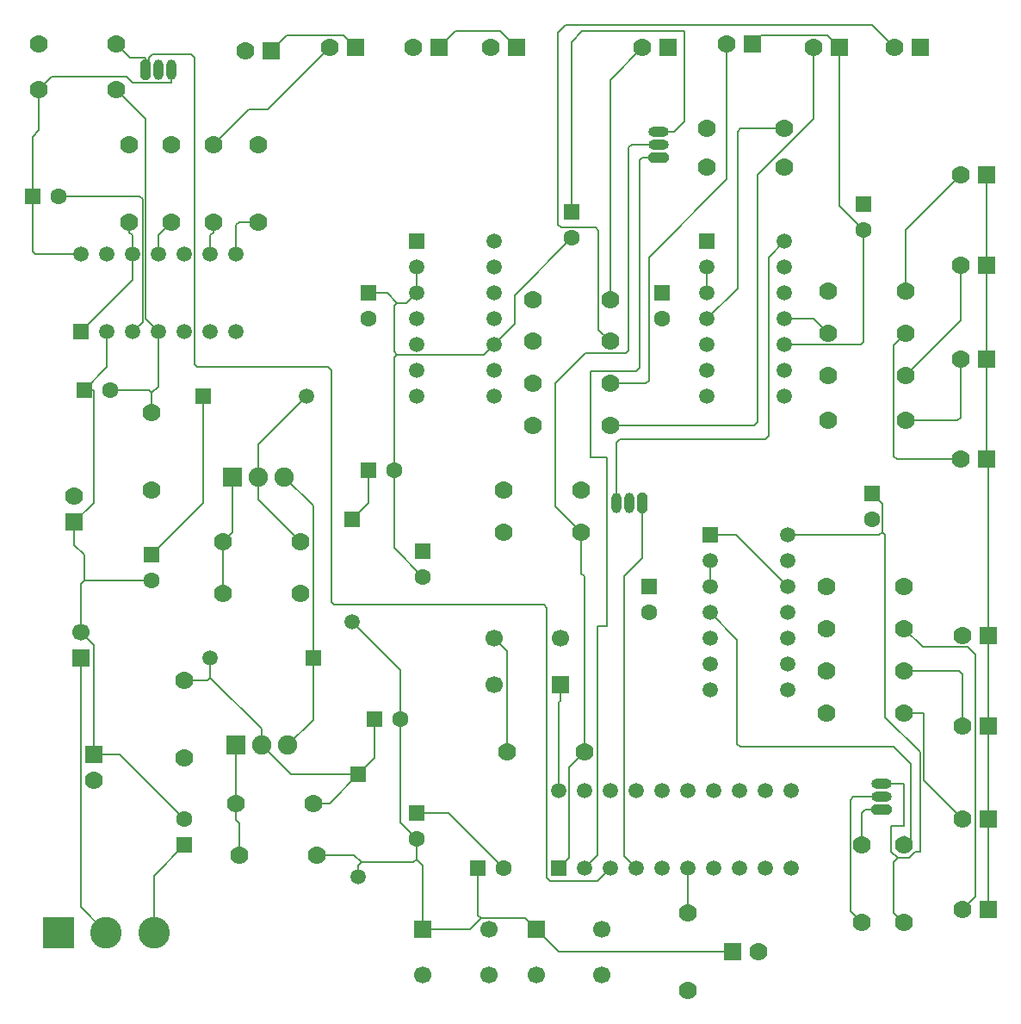
<source format=gbr>
G04 DipTrace 3.1.0.1*
G04 Bottom.gbr*
%MOIN*%
G04 #@! TF.FileFunction,Copper,L2,Bot*
G04 #@! TF.Part,Single*
%AMOUTLINE0*
4,1,8,
0.019685,0.029528,
0.009843,0.03937,
-0.009843,0.03937,
-0.019685,0.029528,
-0.019685,-0.029528,
-0.009843,-0.03937,
0.009843,-0.03937,
0.019685,-0.029528,
0.019685,0.029528,
0*%
%AMOUTLINE3*
4,1,8,
0.029528,-0.019685,
0.03937,-0.009843,
0.03937,0.009843,
0.029528,0.019685,
-0.029528,0.019685,
-0.03937,0.009843,
-0.03937,-0.009843,
-0.029528,-0.019685,
0.029528,-0.019685,
0*%
%AMOUTLINE6*
4,1,8,
-0.019685,-0.029528,
-0.009843,-0.03937,
0.009843,-0.03937,
0.019685,-0.029528,
0.019685,0.029528,
0.009843,0.03937,
-0.009843,0.03937,
-0.019685,0.029528,
-0.019685,-0.029528,
0*%
G04 #@! TA.AperFunction,Conductor*
%ADD13C,0.006*%
G04 #@! TA.AperFunction,ComponentPad*
%ADD14R,0.074803X0.074803*%
%ADD15C,0.074803*%
%ADD16C,0.07*%
%ADD17C,0.07*%
%ADD18R,0.059055X0.059055*%
%ADD19C,0.059055*%
%ADD20C,0.062992*%
%ADD21R,0.062992X0.062992*%
%ADD22R,0.07X0.07*%
%ADD23R,0.066929X0.066929*%
%ADD24C,0.066929*%
%ADD25R,0.122047X0.122047*%
%ADD26C,0.122047*%
%ADD27O,0.03937X0.07874*%
%ADD28O,0.07874X0.03937*%
%ADD69OUTLINE0*%
%ADD72OUTLINE3*%
%ADD75OUTLINE6*%
%FSLAX26Y26*%
G04*
G70*
G90*
G75*
G01*
G04 Bottom*
%LPD*%
X1006500Y3019000D2*
D13*
X1045028Y3057528D1*
Y3532000D1*
X1033028Y3544000D1*
X719000D1*
X3531500Y2969000D2*
X3825492D1*
X3837493Y2981001D1*
Y3413000D1*
X2106500Y3269000D2*
Y3169000D1*
X1081500Y2056500D2*
X818500D1*
X806500Y2044500D1*
Y1856500D1*
X1856500Y1896362D2*
X2044000Y1708862D1*
Y1519000D1*
X2131500Y2069000D2*
X2019000Y2181500D1*
Y2481500D1*
X906500Y3019000D2*
Y2881500D1*
X819000Y2794000D1*
X2106500Y1056500D2*
Y977000D1*
X2131500Y952000D1*
Y706500D1*
X4312493Y3625500D2*
Y3275500D1*
X1869000Y4119000D2*
X1823000Y4165000D1*
X1602500D1*
X1544000Y4106500D1*
X2656501Y1244000D2*
Y1584913D1*
X2662406Y1590818D1*
Y1654335D1*
X2494000Y4119000D2*
X2431500Y4181500D1*
X2256500D1*
X2194000Y4119000D1*
X2131500Y706500D2*
X2313535D1*
X2356000Y748965D1*
X2526535D1*
X2569000Y706500D1*
X2106500Y3169000D2*
X2067972Y3130472D1*
X2031000D1*
X2019000Y3118472D1*
Y2942472D1*
X2031000Y2930472D1*
X2367972D1*
X2406500Y2969000D1*
X3244000Y2131500D2*
Y2031500D1*
X3231500Y3169000D2*
Y3269000D1*
X2106500Y977000D2*
X2094500Y965000D1*
X1893500D1*
X1864500Y994000D1*
X1719000D1*
X3744000Y4119000D2*
X3697500Y4165500D1*
X3440500D1*
X3406500Y4131500D1*
X3837493Y3413000D2*
X3744000Y3506493D1*
Y4119000D1*
X2406500Y2969000D2*
X2485463Y3047963D1*
Y3160463D1*
X2706500Y3381500D1*
X2031000Y3130472D2*
X1992472Y3169000D1*
X1919000D1*
X856500Y1381500D2*
X956500D1*
X1206500Y1131500D1*
X806500Y1856500D2*
X856500Y1806500D1*
Y1381500D1*
X2569000Y706500D2*
X2656500Y619000D1*
X3331500D1*
X2344000Y944000D2*
Y760965D1*
X2356000Y748965D1*
X1893500Y965000D2*
X1881500Y953000D1*
Y908862D1*
X2044000Y1519000D2*
Y1119000D1*
X2106500Y1056500D1*
X2019000Y2481500D2*
Y2918472D1*
X2031000Y2930472D1*
X781500Y2281500D2*
Y2192945D1*
X818500Y2155945D1*
Y2056500D1*
X819000Y2794000D2*
X856500D1*
Y2356500D1*
X781500Y2281500D1*
X4319000Y1131500D2*
Y781500D1*
Y1494000D2*
Y1131500D1*
Y1844000D2*
Y1494000D1*
X4312493Y2525500D2*
X4319000Y2518993D1*
Y1844000D1*
X4312493Y2913000D2*
Y2525500D1*
Y3275500D2*
Y2913000D1*
X1594000Y2456500D2*
X1705319Y2345181D1*
Y1756500D1*
X1206500Y1031500D2*
X1089079Y914079D1*
Y694000D1*
X1081500Y2156500D2*
X1281500Y2356500D1*
Y2769000D1*
X1705319Y1756500D2*
Y1517819D1*
X1606500Y1419000D1*
X4212493Y2525500D2*
X3965992D1*
X3953992Y2537500D1*
Y2966999D1*
X3999993Y3013000D1*
X4219000Y781500D2*
X4269000Y831500D1*
Y1770000D1*
X4241000Y1798000D1*
X4065000D1*
X3994000Y1869000D1*
X1356500Y2006500D2*
Y2206500D1*
X1394000Y2244000D1*
Y2456500D1*
X4212493Y3625500D2*
X3999993Y3413000D1*
Y3175500D1*
X4212493Y3275500D2*
Y3063000D1*
X3999993Y2850500D1*
X1406500Y1419000D2*
Y1194000D1*
Y1129642D1*
X1419000Y1117142D1*
Y994000D1*
X4212493Y2913000D2*
Y2687500D1*
X4200493Y2675500D1*
X3999993D1*
X4219000Y1494000D2*
Y1694500D1*
X4207000Y1706500D1*
X3994000D1*
X3699993Y3013000D2*
X3643993Y3069000D1*
X3531500D1*
X2981500Y2356500D2*
Y2142693D1*
X2910185Y2071378D1*
Y990315D1*
X2956500Y944000D1*
X4219000Y1131500D2*
X4069000Y1281500D1*
Y1544000D1*
X3994000D1*
X3544000Y2031500D2*
X3344000Y2231500D1*
X3244000D1*
X2856500Y2981500D2*
X2810500Y3027500D1*
Y3409996D1*
X2798500Y3421996D1*
X2666004D1*
X2654004Y3433996D1*
Y4177500D1*
X2683004Y4206500D1*
X3869000D1*
X3956500Y4119000D1*
X2856500Y3144000D2*
Y3994000D1*
X2981500Y4119000D1*
X3306500Y4131500D2*
Y3608556D1*
X3005472Y3307528D1*
Y2831000D1*
X2993472Y2819000D1*
X2856500D1*
X3644000Y4119000D2*
Y3844000D1*
X3425711Y3625711D1*
Y2668500D1*
X3413711Y2656500D1*
X2856500D1*
X1769000Y4119000D2*
X1530948Y3880948D1*
X1455948D1*
X1319000Y3744000D1*
X994000Y3444000D2*
Y3404248D1*
X1006500Y3391748D1*
Y3319000D1*
Y3219000D1*
X806500Y3019000D1*
X1156500Y3444000D2*
X1106500Y3394000D1*
Y3319000D1*
X1319000Y3444000D2*
Y3404252D1*
X1306500Y3391752D1*
Y3319000D1*
X1494000Y3444000D2*
X1418500D1*
X1406500Y3432000D1*
Y3319000D1*
X2456500Y1394000D2*
Y1781500D1*
X2406500Y1831500D1*
X3044000Y3694000D2*
X2980598D1*
X2968594Y3681996D1*
Y2878193D1*
X2956592Y2866190D1*
X2781500D1*
Y2533319D1*
X2844000D1*
Y1880068D1*
X2806500D1*
Y994000D1*
X2756500Y944000D1*
X3156500Y769000D2*
Y826996D1*
X3156501Y826997D1*
Y944000D1*
X904039Y694000D2*
X806500Y791539D1*
Y1756500D1*
X3531500Y3369000D2*
X3469433Y3306933D1*
Y2614661D1*
X3457430Y2602659D1*
X2893500D1*
X2881500Y2590659D1*
Y2356500D1*
X3869000Y2394000D2*
X3909496Y2353504D1*
Y2243500D1*
X3921496Y2231500D1*
Y1526689D1*
X4056500Y1391685D1*
Y1006500D1*
X4037000D1*
X4012000Y981500D1*
X3969000D1*
X3944000Y1006500D1*
Y1105140D1*
X3994000D1*
Y1269000D1*
X3906500D1*
X3969000Y981500D2*
X3954870Y967370D1*
Y770630D1*
X3994000Y731500D1*
X3909496Y2243500D2*
X3897496Y2231500D1*
X3544000D1*
X2706500Y3481500D2*
Y4141000D1*
X2747000Y4181500D1*
X3144000D1*
Y3834500D1*
X3103500Y3794000D1*
X3044000D1*
X1156500Y4031500D2*
Y3983130D1*
X1007205D1*
X983835Y4006500D1*
X694000D1*
X644000Y3956500D1*
X619000Y3544000D2*
Y3331000D1*
X631000Y3319000D1*
X806500D1*
X644000Y3956500D2*
Y3799319D1*
X619000Y3774319D1*
Y3544000D1*
X3831500Y1031500D2*
Y1157000D1*
X3843500Y1169000D1*
X3906500D1*
X944000Y4131500D2*
X995626Y4079874D1*
X1056500D1*
Y4031500D1*
X1071264D1*
Y4079874D1*
X1083264Y4091874D1*
X1233028D1*
X1245028Y4079874D1*
Y2893335D1*
X1257028Y2881335D1*
X1763144D1*
X1775146Y2869333D1*
Y1973839D1*
X1787147Y1961839D1*
X2599469D1*
X2611469Y1949839D1*
Y905472D1*
X2623469Y893472D1*
X2805972D1*
X2856500Y944000D1*
X3244000Y1931500D2*
X3347967Y1827533D1*
Y1423976D1*
X3359969Y1411975D1*
X3954870D1*
X4019000Y1347845D1*
Y1040500D1*
X3994000Y1065500D1*
Y1031500D1*
X3231500Y3069000D2*
X3348719Y3186219D1*
Y3794500D1*
X3360719Y3806500D1*
X3531500D1*
X919000Y2794000D2*
X1069500D1*
X1081500Y2782000D1*
X1106500Y2807000D1*
Y3019000D1*
X1656500Y2206500D2*
X1494000Y2369000D1*
Y2456500D1*
X1856500Y2294000D2*
X1919000Y2356500D1*
Y2481500D1*
X1081500Y2782000D2*
Y2706500D1*
X1106500Y3019000D2*
X1057028Y3068472D1*
Y3843472D1*
X944000Y3956500D1*
X1494000Y2456500D2*
Y2583862D1*
X1679138Y2769000D1*
X2656500Y944000D2*
X2695031Y982531D1*
Y1332531D1*
X2756500Y1394000D1*
X2106500Y1156500D2*
X2231500D1*
X2444000Y944000D1*
X1706500Y1194000D2*
X1769000D1*
X1881500Y1306500D1*
X3906500Y1219000D2*
X3797500D1*
X3785500Y1207000D1*
Y777500D1*
X3831500Y731500D1*
X1881500Y1306500D2*
X1944000Y1369000D1*
Y1519000D1*
X1506500Y1419000D2*
Y1482181D1*
X1307681Y1681000D1*
X1295681Y1669000D1*
X1206500D1*
X2744000Y2244000D2*
X2644000Y2344000D1*
Y2820504D1*
X2758996Y2935500D1*
X2915038D1*
X2927041Y2947503D1*
Y3732000D1*
X2939041Y3744000D1*
X3044000D1*
X2756500Y1394000D2*
Y2071815D1*
X2744000Y2084315D1*
Y2244000D1*
X1307681Y1681000D2*
Y1756500D1*
X1881500Y1306500D2*
X1619000D1*
X1506500Y1419000D1*
D14*
X1394000Y2456500D3*
D15*
X1494000D3*
X1594000D3*
D16*
X1656500Y2206500D3*
D17*
X1356500D3*
D16*
Y2006500D3*
D17*
X1656500D3*
D18*
X1281500Y2769000D3*
D19*
X1679138D3*
D20*
X1081500Y2056500D3*
D21*
Y2156500D3*
D18*
X1856500Y2294000D3*
D19*
Y1896362D3*
D20*
X2131500Y2069000D3*
D21*
Y2169000D3*
X1919000Y2481500D3*
D20*
X2019000D3*
D16*
X1081500Y2706500D3*
D17*
Y2406500D3*
D16*
X781500Y2381500D3*
D22*
Y2281500D3*
D14*
X1406500Y1419000D3*
D15*
X1506500D3*
X1606500D3*
D16*
X1706500Y1194000D3*
D17*
X1406500D3*
D16*
X1419000Y994000D3*
D17*
X1719000D3*
D18*
X1705319Y1756500D3*
D19*
X1307681D3*
D20*
X1206500Y1131500D3*
D21*
Y1031500D3*
D18*
X1881500Y1306500D3*
D19*
Y908862D3*
D20*
X2106500Y1056500D3*
D21*
Y1156500D3*
X1944000Y1519000D3*
D20*
X2044000D3*
D16*
X1206500Y1669000D3*
D17*
Y1369000D3*
D16*
X856500Y1281500D3*
D22*
Y1381500D3*
D23*
X806500Y1756500D3*
D24*
Y1856500D3*
D18*
X3231500Y3369000D3*
D19*
Y3269000D3*
Y3169000D3*
Y3069000D3*
Y2969000D3*
Y2869000D3*
Y2769000D3*
X3531500D3*
Y2869000D3*
Y2969000D3*
Y3069000D3*
Y3169000D3*
Y3269000D3*
Y3369000D3*
D16*
X3699993Y3175500D3*
D17*
X3999993D3*
D16*
X4212493Y3625500D3*
D22*
X4312493D3*
D16*
X3699993Y3013000D3*
D17*
X3999993D3*
D16*
X4212493Y2525500D3*
D22*
X4312493D3*
D16*
X3699993Y2850500D3*
D17*
X3999993D3*
D16*
X4212493Y3275500D3*
D22*
X4312493D3*
D16*
X3699993Y2675500D3*
D17*
X3999993D3*
D16*
X4212493Y2913000D3*
D22*
X4312493D3*
D20*
X3837493Y3413000D3*
D21*
Y3513000D3*
D20*
X3056500Y3069000D3*
D21*
Y3169000D3*
D18*
X3244000Y2231500D3*
D19*
Y2131500D3*
Y2031500D3*
Y1931500D3*
Y1831500D3*
Y1731500D3*
Y1631500D3*
X3544000D3*
Y1731500D3*
Y1831500D3*
Y1931500D3*
Y2031500D3*
Y2131500D3*
Y2231500D3*
D16*
X3694000Y2031500D3*
D17*
X3994000D3*
D16*
X4219000Y1844000D3*
D22*
X4319000D3*
D16*
X3694000Y1869000D3*
D17*
X3994000D3*
D16*
X4219000Y781500D3*
D22*
X4319000D3*
D16*
X3694000Y1706500D3*
D17*
X3994000D3*
D16*
X4219000Y1494000D3*
D22*
X4319000D3*
D16*
X3694000Y1544000D3*
D17*
X3994000D3*
D16*
X4219000Y1131500D3*
D22*
X4319000D3*
D20*
X3869000Y2294000D3*
D21*
Y2394000D3*
D20*
X3006500Y1931500D3*
D21*
Y2031500D3*
D18*
X2106500Y3369000D3*
D19*
Y3269000D3*
Y3169000D3*
Y3069000D3*
Y2969000D3*
Y2869000D3*
Y2769000D3*
X2406500D3*
Y2869000D3*
Y2969000D3*
Y3069000D3*
Y3169000D3*
Y3269000D3*
Y3369000D3*
D16*
X2556500Y3144000D3*
D17*
X2856500D3*
D16*
X2981500Y4119000D3*
D22*
X3081500D3*
D16*
X2556500Y2981500D3*
D17*
X2856500D3*
D16*
X3956500Y4119000D3*
D22*
X4056500D3*
D16*
X2556500Y2819000D3*
D17*
X2856500D3*
D16*
X3306500Y4131500D3*
D22*
X3406500D3*
D16*
X2556500Y2656500D3*
D17*
X2856500D3*
D16*
X3644000Y4119000D3*
D22*
X3744000D3*
D20*
X2706500Y3381500D3*
D21*
Y3481500D3*
D20*
X1919000Y3069000D3*
D21*
Y3169000D3*
D18*
X806500Y3019000D3*
D19*
X906500D3*
X1006500D3*
X1106500D3*
X1206500D3*
X1306500D3*
X1406500D3*
Y3319000D3*
X1306500D3*
X1206500D3*
X1106500D3*
X1006500D3*
X906500D3*
X806500D3*
D16*
X994000Y3444000D3*
D17*
Y3744000D3*
D16*
X1444000Y4106500D3*
D22*
X1544000D3*
D16*
X1156500Y3444000D3*
D17*
Y3744000D3*
D16*
X2394000Y4119000D3*
D22*
X2494000D3*
D16*
X1319000Y3444000D3*
D17*
Y3744000D3*
D16*
X1769000Y4119000D3*
D22*
X1869000D3*
D16*
X1494000Y3444000D3*
D17*
Y3744000D3*
D16*
X2094000Y4119000D3*
D22*
X2194000D3*
D20*
X719000Y3544000D3*
D21*
X619000D3*
D20*
X919000Y2794000D3*
D21*
X819000D3*
D18*
X2656500Y944000D3*
D19*
X2756500D3*
X2856500D3*
X2956500D3*
X3056501D3*
X3156501D3*
X3256500D3*
X3356501D3*
X3456501D3*
X3556500D3*
X2656501Y1244000D3*
X2756501D3*
X2856501D3*
X2956500D3*
X3056501D3*
X3156501D3*
X3256500D3*
X3356501D3*
X3456501D3*
X3556500D3*
D20*
X2444000Y944000D3*
D21*
X2344000D3*
D25*
X719000Y694000D3*
D26*
X904039D3*
X1089079D3*
D16*
X3156500Y469000D3*
D17*
Y769000D3*
D16*
X3431500Y619000D3*
D22*
X3331500D3*
D23*
X2131500Y706500D3*
D24*
Y529335D3*
X2387406D3*
Y706500D3*
D23*
X2569000D3*
D24*
Y529335D3*
X2824906D3*
Y706500D3*
D23*
X2662406Y1654335D3*
D24*
Y1831500D3*
X2406500D3*
Y1654335D3*
D16*
X2756500Y1394000D3*
D17*
X2456500D3*
D69*
X2981500Y2356500D3*
D27*
X2931500D3*
X2881500D3*
D16*
X2744000Y2244000D3*
D17*
X2444000D3*
D16*
Y2406500D3*
D17*
X2744000D3*
D72*
X3906500Y1169000D3*
D28*
Y1219000D3*
Y1269000D3*
D16*
X3831500Y1031500D3*
D17*
Y731500D3*
D16*
X3994000Y1031500D3*
D17*
Y731500D3*
D72*
X3044000Y3694000D3*
D28*
Y3744000D3*
Y3794000D3*
D16*
X3231500Y3656500D3*
D17*
X3531500D3*
D16*
Y3806500D3*
D17*
X3231500D3*
D75*
X1056500Y4031500D3*
D27*
X1106500D3*
X1156500D3*
D16*
X944000Y4131500D3*
D17*
X644000D3*
D16*
X944000Y3956500D3*
D17*
X644000D3*
M02*

</source>
